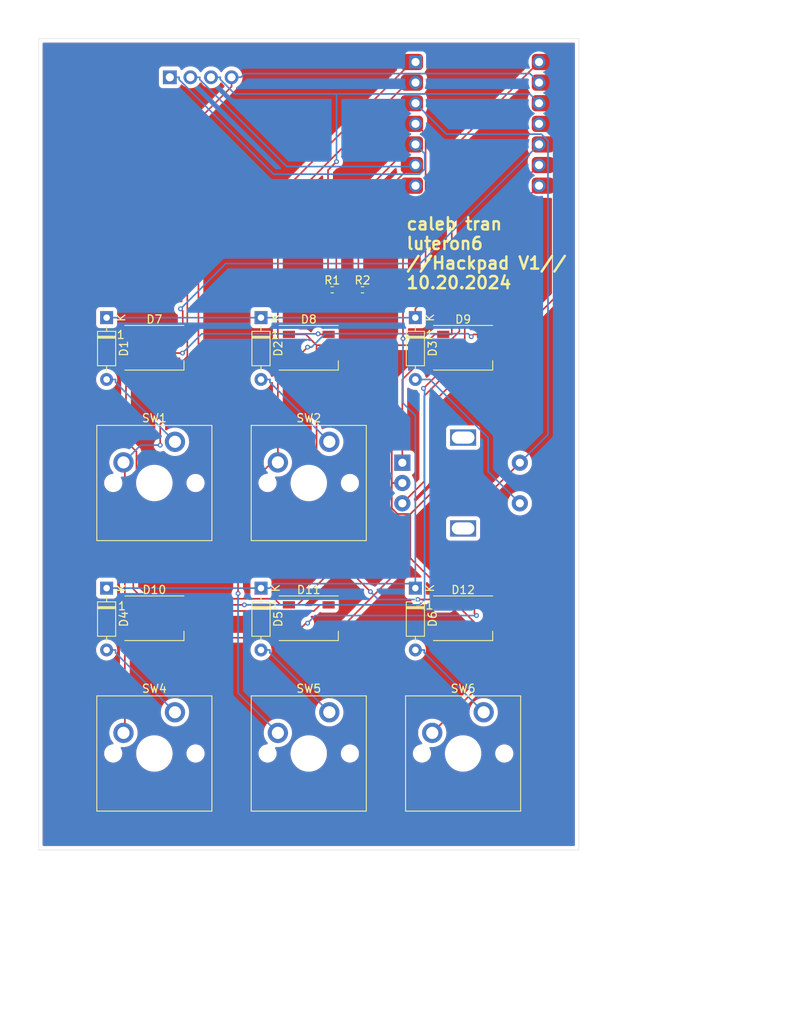
<source format=kicad_pcb>
(kicad_pcb (version 20240108) (generator "pcbnew") (generator_version "8.0")
  (layers (0 "F.Cu" signal) (31 "B.Cu" signal) (34 "B.Paste" user) (35 "F.Paste" user) (36 "B.SilkS" user "B.Silkscreen") (37 "F.SilkS" user "F.Silkscreen") (38 "B.Mask" user) (39 "F.Mask" user) (44 "Edge.Cuts" user))
  (net 0 "")
  (net 1 "GND")
  (net 2 "5V")
  (net 3 "R0")
  (net 4 "Net-(D1-A)")
  (net 5 "Net-(D2-A)")
  (net 6 "Net-(D3-A)")
  (net 7 "Net-(D4-A)")
  (net 8 "R1")
  (net 9 "Net-(D5-A)")
  (net 10 "Net-(D6-A)")
  (net 11 "SCL")
  (net 12 "SDA")
  (net 13 "Net-(D7-DOUT)")
  (net 14 "NEOPIXEL")
  (net 15 "Net-(D8-DOUT)")
  (net 16 "EC11B")
  (net 17 "C0")
  (net 18 "EC11A")
  (net 19 "C1")
  (net 20 "C2")
  (net 21 "S6")
  (net 22 "Net-(D10-DIN)")
  (net 23 "Net-(D10-DOUT)")
  (net 24 "Net-(D11-DOUT)")
  (net 26 "3V3")
  (footprint "Diode_THT:D_DO-35_SOD27_P7.62mm_Horizontal" (layer "F.Cu") (at 51.2563 55.8187 -90)
    (property "Reference" "D2" (at 3.81 -2.12 90) (layer "F.SilkS"))
    (property "Value" "D")
    (fp_line (start 1.69 1.12) (end 5.93 1.12) (stroke (width 0.12)) (layer "F.SilkS"))
    (fp_line (start 5.93 1.12) (end 5.93 -1.12) (stroke (width 0.12)) (layer "F.SilkS"))
    (fp_line (start 1.04 0) (end 1.69 0) (stroke (width 0.12)) (layer "F.SilkS"))
    (fp_line (start 6.58 0) (end 5.93 0) (stroke (width 0.12)) (layer "F.SilkS"))
    (fp_line (start 1.69 -1.12) (end 1.69 1.12) (stroke (width 0.12)) (layer "F.SilkS"))
    (fp_line (start 2.29 -1.12) (end 2.29 1.12) (stroke (width 0.12)) (layer "F.SilkS"))
    (fp_line (start 2.41 -1.12) (end 2.41 1.12) (stroke (width 0.12)) (layer "F.SilkS"))
    (fp_line (start 2.53 -1.12) (end 2.53 1.12) (stroke (width 0.12)) (layer "F.SilkS"))
    (fp_line (start 5.93 -1.12) (end 1.69 -1.12) (stroke (width 0.12)) (layer "F.SilkS"))
    (fp_text user "K" (at 0 -1.8 90) (layer "F.SilkS"))
    (pad "1" thru_hole rect (at 0 0 270) (size 1.6 1.6) (drill 0.8) (layers "*.Cu" "*.Mask") (net 3 "R0"))
    (pad "2" thru_hole oval (at 7.62 0 270) (size 1.6 1.6) (drill 0.8) (layers "*.Cu" "*.Mask") (net 5 "Net-(D2-A)"))
  )
  (footprint "ScottoKeebs_MX:MX_PCB_1.00u" (layer "F.Cu") (at 57.15 76.2)
    (property "Reference" "SW2" (at 0 -8 0) (layer "F.SilkS"))
    (property "Value" "SW_Push")
    (fp_line (start -7.1 -7.1) (end -7.1 7.1) (stroke (width 0.12)) (layer "F.SilkS"))
    (fp_line (start -7.1 7.1) (end 7.1 7.1) (stroke (width 0.12)) (layer "F.SilkS"))
    (fp_line (start 7.1 -7.1) (end -7.1 -7.1) (stroke (width 0.12)) (layer "F.SilkS"))
    (fp_line (start 7.1 7.1) (end 7.1 -7.1) (stroke (width 0.12)) (layer "F.SilkS"))
    (pad "" np_thru_hole circle (at -5.08 0) (size 1.75 1.75) (drill 1.75) (layers "*.Cu" "*.Mask"))
    (pad "" np_thru_hole circle (at 0 0) (size 4 4) (drill 4) (layers "*.Cu" "*.Mask"))
    (pad "" np_thru_hole circle (at 5.08 0) (size 1.75 1.75) (drill 1.75) (layers "*.Cu" "*.Mask"))
    (pad "1" thru_hole circle (at -3.81 -2.54) (size 2.5 2.5) (drill 1.5) (layers "*.Cu" "*.Mask") (net 19 "C1"))
    (pad "2" thru_hole circle (at 2.54 -5.08) (size 2.5 2.5) (drill 1.5) (layers "*.Cu" "*.Mask") (net 5 "Net-(D2-A)"))
  )
  (footprint "ScottoKeebs_MX:MX_PCB_1.00u" (layer "F.Cu") (at 76.2 109.5375)
    (property "Reference" "SW6" (at 0 -8 0) (layer "F.SilkS"))
    (property "Value" "SW_Push")
    (fp_line (start -7.1 -7.1) (end -7.1 7.1) (stroke (width 0.12)) (layer "F.SilkS"))
    (fp_line (start -7.1 7.1) (end 7.1 7.1) (stroke (width 0.12)) (layer "F.SilkS"))
    (fp_line (start 7.1 -7.1) (end -7.1 -7.1) (stroke (width 0.12)) (layer "F.SilkS"))
    (fp_line (start 7.1 7.1) (end 7.1 -7.1) (stroke (width 0.12)) (layer "F.SilkS"))
    (pad "" np_thru_hole circle (at -5.08 0) (size 1.75 1.75) (drill 1.75) (layers "*.Cu" "*.Mask"))
    (pad "" np_thru_hole circle (at 0 0) (size 4 4) (drill 4) (layers "*.Cu" "*.Mask"))
    (pad "" np_thru_hole circle (at 5.08 0) (size 1.75 1.75) (drill 1.75) (layers "*.Cu" "*.Mask"))
    (pad "1" thru_hole circle (at -3.81 -2.54) (size 2.5 2.5) (drill 1.5) (layers "*.Cu" "*.Mask") (net 20 "C2"))
    (pad "2" thru_hole circle (at 2.54 -5.08) (size 2.5 2.5) (drill 1.5) (layers "*.Cu" "*.Mask") (net 10 "Net-(D6-A)"))
  )
  (footprint "LED_SMD:LED_WS2812B_PLCC4_5.0x5.0mm_P3.2mm" (layer "F.Cu") (at 57.15 92.8687)
    (property "Reference" "D11" (at 0 -3.5 0) (layer "F.SilkS"))
    (property "Value" "WS2812B")
    (fp_line (start -3.65 -2.75) (end 3.65 -2.75) (stroke (width 0.12)) (layer "F.SilkS"))
    (fp_line (start -3.65 2.75) (end 3.65 2.75) (stroke (width 0.12)) (layer "F.SilkS"))
    (fp_line (start 3.65 2.75) (end 3.65 1.6) (stroke (width 0.12)) (layer "F.SilkS"))
    (fp_text user "1" (at -4.15 -1.6 0) (layer "F.SilkS"))
    (pad "1" smd rect (at -2.45 -1.65) (size 1.5 0.9) (layers "F.Cu" "F.Paste" "F.Mask") (net 2 "5V"))
    (pad "2" smd rect (at -2.45 1.65) (size 1.5 0.9) (layers "F.Cu" "F.Paste" "F.Mask") (net 24 "Net-(D11-DOUT)"))
    (pad "3" smd rect (at 2.45 1.65) (size 1.5 0.9) (layers "F.Cu" "F.Paste" "F.Mask") (net 1 "GND"))
    (pad "4" smd rect (at 2.45 -1.65) (size 1.5 0.9) (layers "F.Cu" "F.Paste" "F.Mask") (net 23 "Net-(D10-DOUT)"))
  )
  (footprint "Diode_THT:D_DO-35_SOD27_P7.62mm_Horizontal" (layer "F.Cu") (at 51.2563 89.1562 -90)
    (property "Reference" "D5" (at 3.81 -2.12 90) (layer "F.SilkS"))
    (property "Value" "D")
    (fp_line (start 1.69 1.12) (end 5.93 1.12) (stroke (width 0.12)) (layer "F.SilkS"))
    (fp_line (start 5.93 1.12) (end 5.93 -1.12) (stroke (width 0.12)) (layer "F.SilkS"))
    (fp_line (start 1.04 0) (end 1.69 0) (stroke (width 0.12)) (layer "F.SilkS"))
    (fp_line (start 6.58 0) (end 5.93 0) (stroke (width 0.12)) (layer "F.SilkS"))
    (fp_line (start 1.69 -1.12) (end 1.69 1.12) (stroke (width 0.12)) (layer "F.SilkS"))
    (fp_line (start 2.29 -1.12) (end 2.29 1.12) (stroke (width 0.12)) (layer "F.SilkS"))
    (fp_line (start 2.41 -1.12) (end 2.41 1.12) (stroke (width 0.12)) (layer "F.SilkS"))
    (fp_line (start 2.53 -1.12) (end 2.53 1.12) (stroke (width 0.12)) (layer "F.SilkS"))
    (fp_line (start 5.93 -1.12) (end 1.69 -1.12) (stroke (width 0.12)) (layer "F.SilkS"))
    (fp_text user "K" (at 0 -1.8 90) (layer "F.SilkS"))
    (pad "1" thru_hole rect (at 0 0 270) (size 1.6 1.6) (drill 0.8) (layers "*.Cu" "*.Mask") (net 8 "R1"))
    (pad "2" thru_hole oval (at 7.62 0 270) (size 1.6 1.6) (drill 0.8) (layers "*.Cu" "*.Mask") (net 9 "Net-(D5-A)"))
  )
  (footprint "ScottoKeebs_MX:MX_PCB_1.00u" (layer "F.Cu") (at 57.15 109.5375)
    (property "Reference" "SW5" (at 0 -8 0) (layer "F.SilkS"))
    (property "Value" "SW_Push")
    (fp_line (start -7.1 -7.1) (end -7.1 7.1) (stroke (width 0.12)) (layer "F.SilkS"))
    (fp_line (start -7.1 7.1) (end 7.1 7.1) (stroke (width 0.12)) (layer "F.SilkS"))
    (fp_line (start 7.1 -7.1) (end -7.1 -7.1) (stroke (width 0.12)) (layer "F.SilkS"))
    (fp_line (start 7.1 7.1) (end 7.1 -7.1) (stroke (width 0.12)) (layer "F.SilkS"))
    (pad "" np_thru_hole circle (at -5.08 0) (size 1.75 1.75) (drill 1.75) (layers "*.Cu" "*.Mask"))
    (pad "" np_thru_hole circle (at 0 0) (size 4 4) (drill 4) (layers "*.Cu" "*.Mask"))
    (pad "" np_thru_hole circle (at 5.08 0) (size 1.75 1.75) (drill 1.75) (layers "*.Cu" "*.Mask"))
    (pad "1" thru_hole circle (at -3.81 -2.54) (size 2.5 2.5) (drill 1.5) (layers "*.Cu" "*.Mask") (net 19 "C1"))
    (pad "2" thru_hole circle (at 2.54 -5.08) (size 2.5 2.5) (drill 1.5) (layers "*.Cu" "*.Mask") (net 9 "Net-(D5-A)"))
  )
  (footprint "Resistor_SMD:R_0402_1005Metric" (layer "F.Cu") (at 60.0413 52.3875)
    (property "Reference" "R1" (at 0 -1.17 0) (layer "F.SilkS"))
    (property "Value" "Resistor")
    (fp_line (start -0.153641 -0.38) (end 0.153641 -0.38) (stroke (width 0.12)) (layer "F.SilkS"))
    (fp_line (start -0.153641 0.38) (end 0.153641 0.38) (stroke (width 0.12)) (layer "F.SilkS"))
    (pad "1" smd roundrect (at -0.51 0) (size 0.54 0.64) (layers "F.Cu" "F.Paste" "F.Mask") (net 26 "3V3"))
    (pad "2" smd roundrect (at 0.51 0) (size 0.54 0.64) (layers "F.Cu" "F.Paste" "F.Mask") (net 12 "SDA"))
  )
  (footprint "Diode_THT:D_DO-35_SOD27_P7.62mm_Horizontal" (layer "F.Cu") (at 70.3063 89.1562 -90)
    (property "Reference" "D6" (at 3.81 -2.12 90) (layer "F.SilkS"))
    (property "Value" "D")
    (fp_line (start 1.69 1.12) (end 5.93 1.12) (stroke (width 0.12)) (layer "F.SilkS"))
    (fp_line (start 5.93 1.12) (end 5.93 -1.12) (stroke (width 0.12)) (layer "F.SilkS"))
    (fp_line (start 1.04 0) (end 1.69 0) (stroke (width 0.12)) (layer "F.SilkS"))
    (fp_line (start 6.58 0) (end 5.93 0) (stroke (width 0.12)) (layer "F.SilkS"))
    (fp_line (start 1.69 -1.12) (end 1.69 1.12) (stroke (width 0.12)) (layer "F.SilkS"))
    (fp_line (start 2.29 -1.12) (end 2.29 1.12) (stroke (width 0.12)) (layer "F.SilkS"))
    (fp_line (start 2.41 -1.12) (end 2.41 1.12) (stroke (width 0.12)) (layer "F.SilkS"))
    (fp_line (start 2.53 -1.12) (end 2.53 1.12) (stroke (width 0.12)) (layer "F.SilkS"))
    (fp_line (start 5.93 -1.12) (end 1.69 -1.12) (stroke (width 0.12)) (layer "F.SilkS"))
    (fp_text user "K" (at 0 -1.8 90) (layer "F.SilkS"))
    (pad "1" thru_hole rect (at 0 0 270) (size 1.6 1.6) (drill 0.8) (layers "*.Cu" "*.Mask") (net 8 "R1"))
    (pad "2" thru_hole oval (at 7.62 0 270) (size 1.6 1.6) (drill 0.8) (layers "*.Cu" "*.Mask") (net 10 "Net-(D6-A)"))
  )
  (footprint "Resistor_SMD:R_0402_1005Metric" (layer "F.Cu") (at 63.7838 52.3875)
    (property "Reference" "R2" (at 0 -1.17 0) (layer "F.SilkS"))
    (property "Value" "Resistor")
    (fp_line (start -0.153641 -0.38) (end 0.153641 -0.38) (stroke (width 0.12)) (layer "F.SilkS"))
    (fp_line (start -0.153641 0.38) (end 0.153641 0.38) (stroke (width 0.12)) (layer "F.SilkS"))
    (pad "1" smd roundrect (at -0.51 0) (size 0.54 0.64) (layers "F.Cu" "F.Paste" "F.Mask") (net 11 "SCL"))
    (pad "2" smd roundrect (at 0.51 0) (size 0.54 0.64) (layers "F.Cu" "F.Paste" "F.Mask") (net 26 "3V3"))
  )
  (footprint "ScottoKeebs_MX:MX_PCB_1.00u" (layer "F.Cu") (at 38.1 76.2)
    (property "Reference" "SW1" (at 0 -8 0) (layer "F.SilkS"))
    (property "Value" "SW_Push")
    (fp_line (start -7.1 -7.1) (end -7.1 7.1) (stroke (width 0.12)) (layer "F.SilkS"))
    (fp_line (start -7.1 7.1) (end 7.1 7.1) (stroke (width 0.12)) (layer "F.SilkS"))
    (fp_line (start 7.1 -7.1) (end -7.1 -7.1) (stroke (width 0.12)) (layer "F.SilkS"))
    (fp_line (start 7.1 7.1) (end 7.1 -7.1) (stroke (width 0.12)) (layer "F.SilkS"))
    (pad "" np_thru_hole circle (at -5.08 0) (size 1.75 1.75) (drill 1.75) (layers "*.Cu" "*.Mask"))
    (pad "" np_thru_hole circle (at 0 0) (size 4 4) (drill 4) (layers "*.Cu" "*.Mask"))
    (pad "" np_thru_hole circle (at 5.08 0) (size 1.75 1.75) (drill 1.75) (layers "*.Cu" "*.Mask"))
    (pad "1" thru_hole circle (at -3.81 -2.54) (size 2.5 2.5) (drill 1.5) (layers "*.Cu" "*.Mask") (net 17 "C0"))
    (pad "2" thru_hole circle (at 2.54 -5.08) (size 2.5 2.5) (drill 1.5) (layers "*.Cu" "*.Mask") (net 4 "Net-(D1-A)"))
  )
  (footprint "LED_SMD:LED_WS2812B_PLCC4_5.0x5.0mm_P3.2mm" (layer "F.Cu") (at 57.15 59.5312)
    (property "Reference" "D8" (at 0 -3.5 0) (layer "F.SilkS"))
    (property "Value" "WS2812B")
    (fp_line (start -3.65 -2.75) (end 3.65 -2.75) (stroke (width 0.12)) (layer "F.SilkS"))
    (fp_line (start -3.65 2.75) (end 3.65 2.75) (stroke (width 0.12)) (layer "F.SilkS"))
    (fp_line (start 3.65 2.75) (end 3.65 1.6) (stroke (width 0.12)) (layer "F.SilkS"))
    (fp_text user "1" (at -4.15 -1.6 0) (layer "F.SilkS"))
    (pad "1" smd rect (at -2.45 -1.65) (size 1.5 0.9) (layers "F.Cu" "F.Paste" "F.Mask") (net 2 "5V"))
    (pad "2" smd rect (at -2.45 1.65) (size 1.5 0.9) (layers "F.Cu" "F.Paste" "F.Mask") (net 15 "Net-(D8-DOUT)"))
    (pad "3" smd rect (at 2.45 1.65) (size 1.5 0.9) (layers "F.Cu" "F.Paste" "F.Mask") (net 1 "GND"))
    (pad "4" smd rect (at 2.45 -1.65) (size 1.5 0.9) (layers "F.Cu" "F.Paste" "F.Mask") (net 13 "Net-(D7-DOUT)"))
  )
  (footprint "Diode_THT:D_DO-35_SOD27_P7.62mm_Horizontal" (layer "F.Cu") (at 32.2063 89.1562 -90)
    (property "Reference" "D4" (at 3.81 -2.12 90) (layer "F.SilkS"))
    (property "Value" "D")
    (fp_line (start 1.69 1.12) (end 5.93 1.12) (stroke (width 0.12)) (layer "F.SilkS"))
    (fp_line (start 5.93 1.12) (end 5.93 -1.12) (stroke (width 0.12)) (layer "F.SilkS"))
    (fp_line (start 1.04 0) (end 1.69 0) (stroke (width 0.12)) (layer "F.SilkS"))
    (fp_line (start 6.58 0) (end 5.93 0) (stroke (width 0.12)) (layer "F.SilkS"))
    (fp_line (start 1.69 -1.12) (end 1.69 1.12) (stroke (width 0.12)) (layer "F.SilkS"))
    (fp_line (start 2.29 -1.12) (end 2.29 1.12) (stroke (width 0.12)) (layer "F.SilkS"))
    (fp_line (start 2.41 -1.12) (end 2.41 1.12) (stroke (width 0.12)) (layer "F.SilkS"))
    (fp_line (start 2.53 -1.12) (end 2.53 1.12) (stroke (width 0.12)) (layer "F.SilkS"))
    (fp_line (start 5.93 -1.12) (end 1.69 -1.12) (stroke (width 0.12)) (layer "F.SilkS"))
    (fp_text user "K" (at 0 -1.8 90) (layer "F.SilkS"))
    (pad "1" thru_hole rect (at 0 0 270) (size 1.6 1.6) (drill 0.8) (layers "*.Cu" "*.Mask") (net 8 "R1"))
    (pad "2" thru_hole oval (at 7.62 0 270) (size 1.6 1.6) (drill 0.8) (layers "*.Cu" "*.Mask") (net 7 "Net-(D4-A)"))
  )
  (footprint "LED_SMD:LED_WS2812B_PLCC4_5.0x5.0mm_P3.2mm" (layer "F.Cu") (at 38.1 59.5312)
    (property "Reference" "D7" (at 0 -3.5 0) (layer "F.SilkS"))
    (property "Value" "WS2812B")
    (fp_line (start -3.65 -2.75) (end 3.65 -2.75) (stroke (width 0.12)) (layer "F.SilkS"))
    (fp_line (start -3.65 2.75) (end 3.65 2.75) (stroke (width 0.12)) (layer "F.SilkS"))
    (fp_line (start 3.65 2.75) (end 3.65 1.6) (stroke (width 0.12)) (layer "F.SilkS"))
    (fp_text user "1" (at -4.15 -1.6 0) (layer "F.SilkS"))
    (pad "1" smd rect (at -2.45 -1.65) (size 1.5 0.9) (layers "F.Cu" "F.Paste" "F.Mask") (net 2 "5V"))
    (pad "2" smd rect (at -2.45 1.65) (size 1.5 0.9) (layers "F.Cu" "F.Paste" "F.Mask") (net 13 "Net-(D7-DOUT)"))
    (pad "3" smd rect (at 2.45 1.65) (size 1.5 0.9) (layers "F.Cu" "F.Paste" "F.Mask") (net 1 "GND"))
    (pad "4" smd rect (at 2.45 -1.65) (size 1.5 0.9) (layers "F.Cu" "F.Paste" "F.Mask") (net 14 "NEOPIXEL"))
  )
  (footprint "LED_SMD:LED_WS2812B_PLCC4_5.0x5.0mm_P3.2mm" (layer "F.Cu") (at 76.2 59.5312)
    (property "Reference" "D9" (at 0 -3.5 0) (layer "F.SilkS"))
    (property "Value" "WS2812B")
    (fp_line (start -3.65 -2.75) (end 3.65 -2.75) (stroke (width 0.12)) (layer "F.SilkS"))
    (fp_line (start -3.65 2.75) (end 3.65 2.75) (stroke (width 0.12)) (layer "F.SilkS"))
    (fp_line (start 3.65 2.75) (end 3.65 1.6) (stroke (width 0.12)) (layer "F.SilkS"))
    (fp_text user "1" (at -4.15 -1.6 0) (layer "F.SilkS"))
    (pad "1" smd rect (at -2.45 -1.65) (size 1.5 0.9) (layers "F.Cu" "F.Paste" "F.Mask") (net 2 "5V"))
    (pad "2" smd rect (at -2.45 1.65) (size 1.5 0.9) (layers "F.Cu" "F.Paste" "F.Mask") (net 22 "Net-(D10-DIN)"))
    (pad "3" smd rect (at 2.45 1.65) (size 1.5 0.9) (layers "F.Cu" "F.Paste" "F.Mask") (net 1 "GND"))
    (pad "4" smd rect (at 2.45 -1.65) (size 1.5 0.9) (layers "F.Cu" "F.Paste" "F.Mask") (net 15 "Net-(D8-DOUT)"))
  )
  (footprint "Diode_THT:D_DO-35_SOD27_P7.62mm_Horizontal" (layer "F.Cu") (at 70.3063 55.8187 -90)
    (property "Reference" "D3" (at 3.81 -2.12 90) (layer "F.SilkS"))
    (property "Value" "D")
    (fp_line (start 1.69 1.12) (end 5.93 1.12) (stroke (width 0.12)) (layer "F.SilkS"))
    (fp_line (start 5.93 1.12) (end 5.93 -1.12) (stroke (width 0.12)) (layer "F.SilkS"))
    (fp_line (start 1.04 0) (end 1.69 0) (stroke (width 0.12)) (layer "F.SilkS"))
    (fp_line (start 6.58 0) (end 5.93 0) (stroke (width 0.12)) (layer "F.SilkS"))
    (fp_line (start 1.69 -1.12) (end 1.69 1.12) (stroke (width 0.12)) (layer "F.SilkS"))
    (fp_line (start 2.29 -1.12) (end 2.29 1.12) (stroke (width 0.12)) (layer "F.SilkS"))
    (fp_line (start 2.41 -1.12) (end 2.41 1.12) (stroke (width 0.12)) (layer "F.SilkS"))
    (fp_line (start 2.53 -1.12) (end 2.53 1.12) (stroke (width 0.12)) (layer "F.SilkS"))
    (fp_line (start 5.93 -1.12) (end 1.69 -1.12) (stroke (width 0.12)) (layer "F.SilkS"))
    (fp_text user "K" (at 0 -1.8 90) (layer "F.SilkS"))
    (pad "1" thru_hole rect (at 0 0 270) (size 1.6 1.6) (drill 0.8) (layers "*.Cu" "*.Mask") (net 3 "R0"))
    (pad "2" thru_hole oval (at 7.62 0 270) (size 1.6 1.6) (drill 0.8) (layers "*.Cu" "*.Mask") (net 6 "Net-(D3-A)"))
  )
  (footprint "ScottoKeebs_Components:OLED_128x64" (layer "F.Cu") (at 43.815 26.1937)
    (property "Reference" "J1" (hide yes))
    (property "Value" "OLED_Display")
    (pad "1" thru_hole rect (at -3.81 0 90) (size 1.7 1.7) (drill 1) (layers "*.Cu" "*.Mask") (net 12 "SDA"))
    (pad "2" thru_hole oval (at -1.27 0 90) (size 1.7 1.7) (drill 1) (layers "*.Cu" "*.Mask") (net 11 "SCL"))
    (pad "3" thru_hole oval (at 1.27 0 90) (size 1.7 1.7) (drill 1) (layers "*.Cu" "*.Mask") (net 26 "3V3"))
    (pad "4" thru_hole oval (at 3.81 0 90) (size 1.7 1.7) (drill 1) (layers "*.Cu" "*.Mask") (net 1 "GND"))
  )
  (footprint "ScottoKeebs_Scotto:Encoder_EC11_MX" (layer "F.Cu") (at 76.2 76.2)
    (property "Reference" "SW3" (hide yes))
    (property "Value" "RotaryEncoder_Switch" (hide yes))
    (pad "A" thru_hole rect (at -7.5 -2.5) (size 2 2) (drill 1) (layers "*.Cu" "*.Mask") (net 18 "EC11A"))
    (pad "B" thru_hole circle (at -7.5 2.5) (size 2 2) (drill 1) (layers "*.Cu" "*.Mask") (net 16 "EC11B"))
    (pad "C" thru_hole circle (at -7.5 0) (size 2 2) (drill 1) (layers "*.Cu" "*.Mask") (net 1 "GND"))
    (pad "MP" thru_hole rect (at 0 -5.6) (size 3.2 2) (drill oval 2.8 1.5) (layers "*.Cu" "*.Mask"))
    (pad "MP" thru_hole rect (at 0 5.6) (size 3.2 2) (drill oval 2.8 1.5) (layers "*.Cu" "*.Mask"))
    (pad "S1" thru_hole circle (at 7 2.5) (size 2 2) (drill 1) (layers "*.Cu" "*.Mask") (net 6 "Net-(D3-A)"))
    (pad "S2" thru_hole circle (at 7 -2.5) (size 2 2) (drill 1) (layers "*.Cu" "*.Mask") (net 20 "C2"))
  )
  (footprint "Diode_THT:D_DO-35_SOD27_P7.62mm_Horizontal" (layer "F.Cu") (at 32.2063 55.8187 -90)
    (property "Reference" "D1" (at 3.81 -2.12 90) (layer "F.SilkS"))
    (property "Value" "D")
    (fp_line (start 1.69 1.12) (end 5.93 1.12) (stroke (width 0.12)) (layer "F.SilkS"))
    (fp_line (start 5.93 1.12) (end 5.93 -1.12) (stroke (width 0.12)) (layer "F.SilkS"))
    (fp_line (start 1.04 0) (end 1.69 0) (stroke (width 0.12)) (layer "F.SilkS"))
    (fp_line (start 6.58 0) (end 5.93 0) (stroke (width 0.12)) (layer "F.SilkS"))
    (fp_line (start 1.69 -1.12) (end 1.69 1.12) (stroke (width 0.12)) (layer "F.SilkS"))
    (fp_line (start 2.29 -1.12) (end 2.29 1.12) (stroke (width 0.12)) (layer "F.SilkS"))
    (fp_line (start 2.41 -1.12) (end 2.41 1.12) (stroke (width 0.12)) (layer "F.SilkS"))
    (fp_line (start 2.53 -1.12) (end 2.53 1.12) (stroke (width 0.12)) (layer "F.SilkS"))
    (fp_line (start 5.93 -1.12) (end 1.69 -1.12) (stroke (width 0.12)) (layer "F.SilkS"))
    (fp_text user "K" (at 0 -1.8 90) (layer "F.SilkS"))
    (pad "1" thru_hole rect (at 0 0 270) (size 1.6 1.6) (drill 0.8) (layers "*.Cu" "*.Mask") (net 3 "R0"))
    (pad "2" thru_hole oval (at 7.62 0 270) (size 1.6 1.6) (drill 0.8) (layers "*.Cu" "*.Mask") (net 4 "Net-(D1-A)"))
  )
  (footprint "LED_SMD:LED_WS2812B_PLCC4_5.0x5.0mm_P3.2mm" (layer "F.Cu") (at 76.2 92.8687)
    (property "Reference" "D12" (at 0 -3.5 0) (layer "F.SilkS"))
    (property "Value" "WS2812B")
    (fp_line (start -3.65 -2.75) (end 3.65 -2.75) (stroke (width 0.12)) (layer "F.SilkS"))
    (fp_line (start -3.65 2.75) (end 3.65 2.75) (stroke (width 0.12)) (layer "F.SilkS"))
    (fp_line (start 3.65 2.75) (end 3.65 1.6) (stroke (width 0.12)) (layer "F.SilkS"))
    (fp_text user "1" (at -4.15 -1.6 0) (layer "F.SilkS"))
    (pad "1" smd rect (at -2.45 -1.65) (size 1.5 0.9) (layers "F.Cu" "F.Paste" "F.Mask") (net 2 "5V"))
    (pad "2" smd rect (at -2.45 1.65) (size 1.5 0.9) (layers "F.Cu" "F.Paste" "F.Mask"))
    (pad "3" smd rect (at 2.45 1.65) (size 1.5 0.9) (layers "F.Cu" "F.Paste" "F.Mask") (net 1 "GND"))
    (pad "4" smd rect (at 2.45 -1.65) (size 1.5 0.9) (layers "F.Cu" "F.Paste" "F.Mask") (net 24 "Net-(D11-DOUT)"))
  )
  (footprint "ScottoKeebs_MX:MX_PCB_1.00u" (layer "F.Cu") (at 38.1 109.5375)
    (property "Reference" "SW4" (at 0 -8 0) (layer "F.SilkS"))
    (property "Value" "SW_Push")
    (fp_line (start -7.1 -7.1) (end -7.1 7.1) (stroke (width 0.12)) (layer "F.SilkS"))
    (fp_line (start -7.1 7.1) (end 7.1 7.1) (stroke (width 0.12)) (layer "F.SilkS"))
    (fp_line (start 7.1 -7.1) (end -7.1 -7.1) (stroke (width 0.12)) (layer "F.SilkS"))
    (fp_line (start 7.1 7.1) (end 7.1 -7.1) (stroke (width 0.12)) (layer "F.SilkS"))
    (pad "" np_thru_hole circle (at -5.08 0) (size 1.75 1.75) (drill 1.75) (layers "*.Cu" "*.Mask"))
    (pad "" np_thru_hole circle (at 0 0) (size 4 4) (drill 4) (layers "*.Cu" "*.Mask"))
    (pad "" np_thru_hole circle (at 5.08 0) (size 1.75 1.75) (drill 1.75) (layers "*.Cu" "*.Mask"))
    (pad "1" thru_hole circle (at -3.81 -2.54) (size 2.5 2.5) (drill 1.5) (layers "*.Cu" "*.Mask") (net 17 "C0"))
    (pad "2" thru_hole circle (at 2.54 -5.08) (size 2.5 2.5) (drill 1.5) (layers "*.Cu" "*.Mask") (net 7 "Net-(D4-A)"))
  )
  (footprint "ScottoKeebs_MCU:Seeed_XIAO_RP2040" (layer "F.Cu") (at 77.9463 31.9312)
    (property "Reference" "U1" (hide yes))
    (property "Value" "Seeed Studio XIAO SAMD21")
    (pad "1" smd roundrect (at -8.065 -7.62) (size 2.75 2) (layers "F.Cu" "F.Paste" "F.Mask") (net 17 "C0"))
    (pad "1" thru_hole rect (at -7.62 -7.62 90) (size 1.6 1.6) (drill 1) (layers "*.Cu" "*.Mask") (net 17 "C0"))
    (pad "2" smd roundrect (at -8.065 -5.08) (size 2.75 2) (layers "F.Cu" "F.Paste" "F.Mask") (net 19 "C1"))
    (pad "2" thru_hole circle (at -7.62 -5.08 90) (size 1.6 1.6) (drill 1) (layers "*.Cu" "*.Mask") (net 19 "C1"))
    (pad "3" smd roundrect (at -8.065 -2.54) (size 2.75 2) (layers "F.Cu" "F.Paste" "F.Mask") (net 20 "C2"))
    (pad "3" thru_hole circle (at -7.62 -2.54 90) (size 1.6 1.6) (drill 1) (layers "*.Cu" "*.Mask") (net 20 "C2"))
    (pad "4" smd roundrect (at -8.065 0) (size 2.75 2) (layers "F.Cu" "F.Paste" "F.Mask") (net 3 "R0"))
    (pad "4" thru_hole circle (at -7.62 0 90) (size 1.6 1.6) (drill 1) (layers "*.Cu" "*.Mask") (net 3 "R0"))
    (pad "5" smd roundrect (at -8.065 2.54) (size 2.75 2) (layers "F.Cu" "F.Paste" "F.Mask") (net 12 "SDA"))
    (pad "5" thru_hole circle (at -7.62 2.54 90) (size 1.6 1.6) (drill 1) (layers "*.Cu" "*.Mask") (net 12 "SDA"))
    (pad "6" smd roundrect (at -8.065 5.08) (size 2.75 2) (layers "F.Cu" "F.Paste" "F.Mask") (net 11 "SCL"))
    (pad "6" thru_hole circle (at -7.62 5.08 90) (size 1.6 1.6) (drill 1) (layers "*.Cu" "*.Mask") (net 11 "SCL"))
    (pad "7" smd roundrect (at -8.065 7.62) (size 2.75 2) (layers "F.Cu" "F.Paste" "F.Mask") (net 8 "R1"))
    (pad "7" thru_hole circle (at -7.62 7.62 90) (size 1.6 1.6) (drill 1) (layers "*.Cu" "*.Mask") (net 8 "R1"))
    (pad "8" thru_hole circle (at 7.62 7.62 90) (size 1.6 1.6) (drill 1) (layers "*.Cu" "*.Mask") (net 16 "EC11B"))
    (pad "8" smd roundrect (at 8.1 7.62) (size 2.75 2) (layers "F.Cu" "F.Paste" "F.Mask") (net 16 "EC11B"))
    (pad "9" thru_hole circle (at 7.62 5.08 90) (size 1.6 1.6) (drill 1) (layers "*.Cu" "*.Mask") (net 18 "EC11A"))
    (pad "9" smd roundrect (at 8.1 5.08) (size 2.75 2) (layers "F.Cu" "F.Paste" "F.Mask") (net 18 "EC11A"))
    (pad "10" thru_hole circle (at 7.62 2.54 90) (size 1.6 1.6) (drill 1) (layers "*.Cu" "*.Mask") (net 14 "NEOPIXEL"))
    (pad "10" smd roundrect (at 8.1 2.54) (size 2.75 2) (layers "F.Cu" "F.Paste" "F.Mask") (net 14 "NEOPIXEL"))
    (pad "11" thru_hole circle (at 7.62 0 90) (size 1.6 1.6) (drill 1) (layers "*.Cu" "*.Mask") (net 21 "S6"))
    (pad "11" smd roundrect (at 8.1 0) (size 2.75 2) (layers "F.Cu" "F.Paste" "F.Mask") (net 21 "S6"))
    (pad "12" thru_hole circle (at 7.62 -2.54 90) (size 1.6 1.6) (drill 1) (layers "*.Cu" "*.Mask") (net 26 "3V3"))
    (pad "12" smd roundrect (at 8.1 -2.54) (size 2.75 2) (layers "F.Cu" "F.Paste" "F.Mask") (net 26 "3V3"))
    (pad "13" thru_hole circle (at 7.62 -5.08 90) (size 1.6 1.6) (drill 1) (layers "*.Cu" "*.Mask") (net 1 "GND"))
    (pad "13" smd roundrect (at 8.1 -5.08) (size 2.75 2) (layers "F.Cu" "F.Paste" "F.Mask") (net 1 "GND"))
    (pad "14" thru_hole circle (at 7.62 -7.62 90) (size 1.6 1.6) (drill 1) (layers "*.Cu" "*.Mask") (net 2 "5V"))
    (pad "14" smd roundrect (at 8.1 -7.62) (size 2.75 2) (layers "F.Cu" "F.Paste" "F.Mask") (net 2 "5V"))
  )
  (footprint "LED_SMD:LED_WS2812B_PLCC4_5.0x5.0mm_P3.2mm" (layer "F.Cu") (at 38.1 92.8687)
    (property "Reference" "D10" (at 0 -3.5 0) (layer "F.SilkS"))
    (property "Value" "WS2812B")
    (fp_line (start -3.65 -2.75) (end 3.65 -2.75) (stroke (width 0.12)) (layer "F.SilkS"))
    (fp_line (start -3.65 2.75) (end 3.65 2.75) (stroke (width 0.12)) (layer "F.SilkS"))
    (fp_line (start 3.65 2.75) (end 3.65 1.6) (stroke (width 0.12)) (layer "F.SilkS"))
    (fp_text user "1" (at -4 -1.5 0) (layer "F.SilkS"))
    (pad "1" smd rect (at -2.45 -1.65) (size 1.5 0.9) (layers "F.Cu" "F.Paste" "F.Mask") (net 2 "5V"))
    (pad "2" smd rect (at -2.45 1.65) (size 1.5 0.9) (layers "F.Cu" "F.Paste" "F.Mask") (net 23 "Net-(D10-DOUT)"))
    (pad "3" smd rect (at 2.45 1.65) (size 1.5 0.9) (layers "F.Cu" "F.Paste" "F.Mask") (net 1 "GND"))
    (pad "4" smd rect (at 2.45 -1.65) (size 1.5 0.9) (layers "F.Cu" "F.Paste" "F.Mask") (net 22 "Net-(D10-DIN)"))
  )
  (gr_rect (start 23.8125 21.43125) (end 90.4875 121.43125) (stroke (width 0.05)) (fill none) (layer "Edge.Cuts"))
  (gr_text "caleb tran\nluteron6\n//Hackpad V1//\n10.20.2024" (at 69.05625 52.3875 0) (layer "F.SilkS") (effects (font (size 1.5 1.5) (thickness 0.3) (bold yes)) (justify left bottom)))
  (segment (start 69.7163 85.491) (end 69.6865 85.4612) (width 0.2) (layer "F.Cu") (net 1))
  (segment (start 69.7163 85.491) (end 77.5983 93.3731) (width 0.2) (layer "F.Cu") (net 1))
  (segment (start 59.6 94.5187) (end 58.5483 94.5187) (width 0.2) (layer "F.Cu") (net 1))
  (segment (start 57.7966 95.2704) (end 42.3534 95.2704) (width 0.2) (layer "F.Cu") (net 1))
  (segment (start 67.3972 76.2) (end 68.7 76.2) (width 0.2) (layer "F.Cu") (net 1))
  (segment (start 78.65 94.5187) (end 77.5983 94.5187) (width 0.2) (layer "F.Cu") (net 1))
  (segment (start 78.65 61.1812) (end 77.5983 61.1812) (width 0.2) (layer "F.Cu") (net 1))
  (segment (start 67.3972 67.9267) (end 60.6517 61.1812) (width 0.2) (layer "F.Cu") (net 1))
  (segment (start 58.5483 94.5187) (end 57.7966 95.2704) (width 0.2) (layer "F.Cu") (net 1))
  (segment (start 40.55 61.1812) (end 41.6017 61.1812) (width 0.2) (layer "F.Cu") (net 1))
  (segment (start 86.0463 26.8512) (end 87.7637 28.5686) (width 0.2) (layer "F.Cu") (net 1))
  (segment (start 87.7637 53.1192) (end 79.7017 61.1812) (width 0.2) (layer "F.Cu") (net 1))
  (segment (start 40.55 94.5187) (end 41.6017 94.5187) (width 0.2) (layer "F.Cu") (net 1))
  (segment (start 47.625 26.1937) (end 47.625 27.3454) (width 0.2) (layer "F.Cu") (net 1))
  (segment (start 77.5983 93.3731) (end 77.5983 94.5187) (width 0.2) (layer "F.Cu") (net 1))
  (segment (start 69.6865 85.4612) (end 69.6865 80.0203) (width 0.2) (layer "F.Cu") (net 1))
  (segment (start 67.3972 79.3049) (end 67.3972 76.2) (width 0.2) (layer "F.Cu") (net 1))
  (segment (start 67.3972 76.2) (end 67.3972 67.9267) (width 0.2) (layer "F.Cu") (net 1))
  (segment (start 60.6886 94.5187) (end 59.6 94.5187) (width 0.2) (layer "F.Cu") (net 1))
  (segment (start 42.3534 95.2704) (end 41.6017 94.5187) (width 0.2) (layer "F.Cu") (net 1))
  (segment (start 68.1126 80.0203) (end 67.3972 79.3049) (width 0.2) (layer "F.Cu") (net 1))
  (segment (start 69.7163 85.491) (end 60.6886 94.5187) (width 0.2) (layer "F.Cu") (net 1))
  (segment (start 85.5663 26.8512) (end 86.0463 26.8512) (width 0.2) (layer "F.Cu") (net 1))
  (segment (start 42.1677 32.8027) (end 47.625 27.3454) (width 0.2) (layer "F.Cu") (net 1))
  (segment (start 69.6865 80.0203) (end 73.0533 76.6535) (width 0.2) (layer "F.Cu") (net 1))
  (segment (start 41.6017 61.1812) (end 42.1677 60.6152) (width 0.2) (layer "F.Cu") (net 1))
  (segment (start 42.1677 60.6152) (end 42.1677 32.8027) (width 0.2) (layer "F.Cu") (net 1))
  (segment (start 78.65 61.1812) (end 79.7017 61.1812) (width 0.2) (layer "F.Cu") (net 1))
  (segment (start 73.0533 76.6535) (end 73.0533 65.7262) (width 0.2) (layer "F.Cu") (net 1))
  (segment (start 73.0533 65.7262) (end 77.5983 61.1812) (width 0.2) (layer "F.Cu") (net 1))
  (segment (start 69.6865 80.0203) (end 68.1126 80.0203) (width 0.2) (layer "F.Cu") (net 1))
  (segment (start 59.6 61.1812) (end 60.6517 61.1812) (width 0.2) (layer "F.Cu") (net 1))
  (segment (start 87.7637 28.5686) (end 87.7637 53.1192) (width 0.2) (layer "F.Cu") (net 1))
  (segment (start 85.5663 26.8512) (end 84.4533 25.7382) (width 0.2) (layer "B.Cu") (net 1))
  (segment (start 49.2322 25.7382) (end 48.7767 26.1937) (width 0.2) (layer "B.Cu") (net 1))
  (segment (start 47.625 26.1937) (end 48.7767 26.1937) (width 0.2) (layer "B.Cu") (net 1))
  (segment (start 84.4533 25.7382) (end 49.2322 25.7382) (width 0.2) (layer "B.Cu") (net 1))
  (segment (start 35.5044 75.0325) (end 35.8897 74.6472) (width 0.2) (layer "F.Cu") (net 2))
  (segment (start 72.0366 90.557) (end 72.6983 91.2187) (width 0.2) (layer "F.Cu") (net 2))
  (segment (start 59.7509 73.7384) (end 59.7509 84.5868) (width 0.2) (layer "F.Cu") (net 2))
  (segment (start 73.75 57.8812) (end 74.8017 57.8812) (width 0.2) (layer "F.Cu") (net 2))
  (segment (start 54.7 91.2187) (end 55.7517 91.2187) (width 0.2) (layer "F.Cu") (net 2))
  (segment (start 74.8017 35.0758) (end 74.8017 57.8812) (width 0.2) (layer "F.Cu") (net 2))
  (segment (start 61.0673 85.9031) (end 64.7593 89.5952) (width 0.2) (layer "F.Cu") (net 2))
  (segment (start 59.7509 84.5868) (end 61.0673 85.9031) (width 0.2) (layer "F.Cu") (net 2))
  (segment (start 35.8897 74.6472) (end 35.8897 72.3356) (width 0.2) (layer "F.Cu") (net 2))
  (segment (start 36.7017 90.4687) (end 36.7034 90.467) (width 0.2) (layer "F.Cu") (net 2))
  (segment (start 35.65 91.2187) (end 36.7017 91.2187) (width 0.2) (layer "F.Cu") (net 2))
  (segment (start 55.7517 91.2187) (end 61.0673 85.9031) (width 0.2) (layer "F.Cu") (net 2))
  (segment (start 52.8966 90.467) (end 53.6483 91.2187) (width 0.2) (layer "F.Cu") (net 2))
  (segment (start 35.65 57.8812) (end 34.5983 57.8812) (width 0.2) (layer "F.Cu") (net 2))
  (segment (start 34.5983 71.0442) (end 34.5983 57.8812) (width 0.2) (layer "F.Cu") (net 2))
  (segment (start 36.7034 90.467) (end 35.5044 89.268) (width 0.2) (layer "F.Cu") (net 2))
  (segment (start 58.1143 59.2133) (end 56.7822 57.8812) (width 0.2) (layer "F.Cu") (net 2))
  (segment (start 71.3662 59.2133) (end 58.1143 59.2133) (width 0.2) (layer "F.Cu") (net 2))
  (segment (start 56.7822 57.8812) (end 55.7517 57.8812) (width 0.2) (layer "F.Cu") (net 2))
  (segment (start 36.7034 90.467) (end 52.8966 90.467) (width 0.2) (layer "F.Cu") (net 2))
  (segment (start 54.7 57.8812) (end 55.7517 57.8812) (width 0.2) (layer "F.Cu") (net 2))
  (segment (start 54.7 91.2187) (end 53.6483 91.2187) (width 0.2) (layer "F.Cu") (net 2))
  (segment (start 70.6062 90.557) (end 72.0366 90.557) (width 0.2) (layer "F.Cu") (net 2))
  (segment (start 58.1143 72.1018) (end 59.7509 73.7384) (width 0.2) (layer "F.Cu") (net 2))
  (segment (start 35.8897 72.3356) (end 34.5983 71.0442) (width 0.2) (layer "F.Cu") (net 2))
  (segment (start 73.75 57.8812) (end 72.6983 57.8812) (width 0.2) (layer "F.Cu") (net 2))
  (segment (start 35.5044 89.268) (end 35.5044 75.0325) (width 0.2) (layer "F.Cu") (net 2))
  (segment (start 86.0463 24.3112) (end 85.5663 24.3112) (width 0.2) (layer "F.Cu") (net 2))
  (segment (start 36.7017 91.2187) (end 36.7017 90.4687) (width 0.2) (layer "F.Cu") (net 2))
  (segment (start 73.75 91.2187) (end 72.6983 91.2187) (width 0.2) (layer "F.Cu") (net 2))
  (segment (start 58.1143 59.2133) (end 58.1143 72.1018) (width 0.2) (layer "F.Cu") (net 2))
  (segment (start 72.6983 57.8812) (end 71.3662 59.2133) (width 0.2) (layer "F.Cu") (net 2))
  (segment (start 85.5663 24.3112) (end 74.8017 35.0758) (width 0.2) (layer "F.Cu") (net 2))
  (via (at 64.7593 89.5952) (size 0.6) (drill 0.3) (layers "F.Cu" "B.Cu") (net 2))
  (via (at 70.6062 90.557) (size 0.6) (drill 0.3) (layers "F.Cu" "B.Cu") (net 2))
  (segment (start 65.7211 90.557) (end 70.6062 90.557) (width 0.2) (layer "B.Cu") (net 2))
  (segment (start 64.7593 89.5952) (end 65.7211 90.557) (width 0.2) (layer "B.Cu") (net 2))
  (segment (start 70.3263 31.9312) (end 71.5678 33.1727) (width 0.2) (layer "F.Cu") (net 3))
  (segment (start 69.8813 31.9312) (end 70.3263 31.9312) (width 0.2) (layer "F.Cu") (net 3))
  (segment (start 71.5678 53.4555) (end 70.3063 54.717) (width 0.2) (layer "F.Cu") (net 3))
  (segment (start 70.3063 55.8187) (end 70.3063 54.717) (width 0.2) (layer "F.Cu") (net 3))
  (segment (start 71.5678 33.1727) (end 71.5678 53.4555) (width 0.2) (layer "F.Cu") (net 3))
  (segment (start 70.3063 55.8187) (end 51.2563 55.8187) (width 0.2) (layer "B.Cu") (net 3))
  (segment (start 32.2063 55.8187) (end 33.308 55.8187) (width 0.2) (layer "B.Cu") (net 3))
  (segment (start 51.2563 55.8187) (end 33.308 55.8187) (width 0.2) (layer "B.Cu") (net 3))
  (segment (start 33.308 63.788) (end 33.308 63.4387) (width 0.2) (layer "B.Cu") (net 4))
  (segment (start 40.64 71.12) (end 33.308 63.788) (width 0.2) (layer "B.Cu") (net 4))
  (segment (start 32.2063 63.4387) (end 33.308 63.4387) (width 0.2) (layer "B.Cu") (net 4))
  (segment (start 59.69 71.12) (end 52.358 63.788) (width 0.2) (layer "B.Cu") (net 5))
  (segment (start 51.2563 63.4387) (end 52.358 63.4387) (width 0.2) (layer "B.Cu") (net 5))
  (segment (start 52.358 63.788) (end 52.358 63.4387) (width 0.2) (layer "B.Cu") (net 5))
  (segment (start 79.2917 70.623) (end 72.1074 63.4387) (width 0.2) (layer "B.Cu") (net 6))
  (segment (start 72.1074 63.4387) (end 70.3063 63.4387) (width 0.2) (layer "B.Cu") (net 6))
  (segment (start 83.2 78.7) (end 79.2917 74.7917) (width 0.2) (layer "B.Cu") (net 6))
  (segment (start 79.2917 74.7917) (end 79.2917 70.623) (width 0.2) (layer "B.Cu") (net 6))
  (segment (start 40.64 104.4575) (end 33.308 97.1255) (width 0.2) (layer "B.Cu") (net 7))
  (segment (start 33.308 97.1255) (end 33.308 96.7762) (width 0.2) (layer "B.Cu") (net 7))
  (segment (start 32.2063 96.7762) (end 33.308 96.7762) (width 0.2) (layer "B.Cu") (net 7))
  (segment (start 70.3263 39.5512) (end 69.8813 39.5512) (width 0.2) (layer "F.Cu") (net 8))
  (segment (start 68.7819 40.6506) (end 68.7819 58.4006) (width 0.2) (layer "F.Cu") (net 8))
  (segment (start 69.8813 39.5512) (end 68.7819 40.6506) (width 0.2) (layer "F.Cu") (net 8))
  (via (at 68.7819 58.4006) (size 0.6) (drill 0.3) (layers "F.Cu" "B.Cu") (net 8))
  (segment (start 70.3063 67.8813) (end 70.3063 88.0545) (width 0.2) (layer "B.Cu") (net 8))
  (segment (start 68.7819 66.3569) (end 70.3063 67.8813) (width 0.2) (layer "B.Cu") (net 8))
  (segment (start 51.2563 89.1562) (end 33.308 89.1562) (width 0.2) (layer "B.Cu") (net 8))
  (segment (start 51.2563 89.1562) (end 52.358 89.1562) (width 0.2) (layer "B.Cu") (net 8))
  (segment (start 70.3063 89.1562) (end 70.3063 88.6053) (width 0.2) (layer "B.Cu") (net 8))
  (segment (start 68.7819 58.4006) (end 68.7819 66.3569) (width 0.2) (layer "B.Cu") (net 8))
  (segment (start 70.3063 88.6053) (end 52.9089 88.6053) (width 0.2) (layer "B.Cu") (net 8))
  (segment (start 70.3063 88.6053) (end 70.3063 88.0545) (width 0.2) (layer "B.Cu") (net 8))
  (segment (start 32.2063 89.1562) (end 33.308 89.1562) (width 0.2) (layer "B.Cu") (net 8))
  (segment (start 52.9089 88.6053) (end 52.358 89.1562) (width 0.2) (layer "B.Cu") (net 8))
  (segment (start 52.358 97.1255) (end 52.358 96.7762) (width 0.2) (layer "B.Cu") (net 9))
  (segment (start 51.2563 96.7762) (end 52.358 96.7762) (width 0.2) (layer "B.Cu") (net 9))
  (segment (start 59.69 104.4575) (end 52.358 97.1255) (width 0.2) (layer "B.Cu") (net 9))
  (segment (start 71.408 97.1255) (end 71.408 96.7762) (width 0.2) (layer "B.Cu") (net 10))
  (segment (start 78.74 104.4575) (end 71.408 97.1255) (width 0.2) (layer "B.Cu") (net 10))
  (segment (start 70.3063 96.7762) (end 71.408 96.7762) (width 0.2) (layer "B.Cu") (net 10))
  (segment (start 69.8813 37.0112) (end 63.2738 43.6187) (width 0.2) (layer "F.Cu") (net 11))
  (segment (start 63.2738 43.6187) (end 63.2738 52.3875) (width 0.2) (layer "F.Cu") (net 11))
  (segment (start 70.3263 37.0112) (end 69.8813 37.0112) (width 0.2) (layer "F.Cu") (net 11))
  (segment (start 54.4301 37.1956) (end 70.1419 37.1956) (width 0.2) (layer "B.Cu") (net 11))
  (segment (start 70.1419 37.1956) (end 70.3263 37.0112) (width 0.2) (layer "B.Cu") (net 11))
  (segment (start 43.6967 26.1937) (end 43.6967 26.4622) (width 0.2) (layer "B.Cu") (net 11))
  (segment (start 42.545 26.1937) (end 43.6967 26.1937) (width 0.2) (layer "B.Cu") (net 11))
  (segment (start 43.6967 26.4622) (end 54.4301 37.1956) (width 0.2) (layer "B.Cu") (net 11))
  (segment (start 69.8813 34.4712) (end 60.5513 43.8012) (width 0.2) (layer "F.Cu") (net 12))
  (segment (start 70.3263 34.4712) (end 69.8813 34.4712) (width 0.2) (layer "F.Cu") (net 12))
  (segment (start 60.5513 43.8012) (end 60.5513 52.3875) (width 0.2) (layer "F.Cu") (net 12))
  (segment (start 71.4597 37.508) (end 70.8308 38.1369) (width 0.2) (layer "B.Cu") (net 12))
  (segment (start 41.1567 26.4816) (end 41.1567 26.1937) (width 0.2) (layer "B.Cu") (net 12))
  (segment (start 70.8308 38.1369) (end 52.812 38.1369) (width 0.2) (layer "B.Cu") (net 12))
  (segment (start 71.4597 35.6046) (end 71.4597 37.508) (width 0.2) (layer "B.Cu") (net 12))
  (segment (start 70.3263 34.4712) (end 71.4597 35.6046) (width 0.2) (layer "B.Cu") (net 12))
  (segment (start 52.812 38.1369) (end 41.1567 26.4816) (width 0.2) (layer "B.Cu") (net 12))
  (segment (start 40.005 26.1937) (end 41.1567 26.1937) (width 0.2) (layer "B.Cu") (net 12))
  (segment (start 36.7017 61.1812) (end 37.6964 60.1865) (width 0.2) (layer "F.Cu") (net 13))
  (segment (start 58.4807 57.8136) (end 58.5483 57.8812) (width 0.2) (layer "F.Cu") (net 13))
  (segment (start 37.6964 60.1865) (end 41.566 60.1865) (width 0.2) (layer "F.Cu") (net 13))
  (segment (start 35.65 61.1812) (end 36.7017 61.1812) (width 0.2) (layer "F.Cu") (net 13))
  (segment (start 58.3008 57.8136) (end 58.4807 57.8136) (width 0.2) (layer "F.Cu") (net 13))
  (segment (start 59.6 57.8812) (end 58.5483 57.8812) (width 0.2) (layer "F.Cu") (net 13))
  (via (at 41.566 60.1865) (size 0.6) (drill 0.3) (layers "F.Cu" "B.Cu") (net 13))
  (via (at 58.3008 57.8136) (size 0.6) (drill 0.3) (layers "F.Cu" "B.Cu") (net 13))
  (segment (start 41.566 60.1865) (end 43.9389 57.8136) (width 0.2) (layer "B.Cu") (net 13))
  (segment (start 43.9389 57.8136) (end 58.3008 57.8136) (width 0.2) (layer "B.Cu") (net 13))
  (segment (start 41.3302 54.7332) (end 41.6017 55.0047) (width 0.2) (layer "F.Cu") (net 14))
  (segment (start 41.6017 55.0047) (end 41.6017 57.8812) (width 0.2) (layer "F.Cu") (net 14))
  (segment (start 86.0463 34.4712) (end 85.5663 34.4712) (width 0.2) (layer "F.Cu") (net 14))
  (segment (start 40.55 57.8812) (end 41.6017 57.8812) (width 0.2) (layer "F.Cu") (net 14))
  (via (at 41.3302 54.7332) (size 0.6) (drill 0.3) (layers "F.Cu" "B.Cu") (net 14))
  (segment (start 70.8853 49.1522) (end 46.9112 49.1522) (width 0.2) (layer "B.Cu") (net 14))
  (segment (start 46.9112 49.1522) (end 41.3302 54.7332) (width 0.2) (layer "B.Cu") (net 14))
  (segment (start 85.5663 34.4712) (end 70.8853 49.1522) (width 0.2) (layer "B.Cu") (net 14))
  (segment (start 77.4876 57.8812) (end 77.2005 58.1683) (width 0.2) (layer "F.Cu") (net 15))
  (segment (start 54.7 61.1812) (end 55.7517 61.1812) (width 0.2) (layer "F.Cu") (net 15))
  (segment (start 55.7517 60.7097) (end 55.7517 61.1812) (width 0.2) (layer "F.Cu") (net 15))
  (segment (start 57.0058 59.4556) (end 55.7517 60.7097) (width 0.2) (layer "F.Cu") (net 15))
  (segment (start 78.65 57.8812) (end 77.4876 57.8812) (width 0.2) (layer "F.Cu") (net 15))
  (via (at 57.0058 59.4556) (size 0.6) (drill 0.3) (layers "F.Cu" "B.Cu") (net 15))
  (via (at 77.2005 58.1683) (size 0.6) (drill 0.3) (layers "F.Cu" "B.Cu") (net 15))
  (segment (start 59.1706 57.7947) (end 76.8269 57.7947) (width 0.2) (layer "B.Cu") (net 15))
  (segment (start 57.5097 59.4556) (end 59.1706 57.7947) (width 0.2) (layer "B.Cu") (net 15))
  (segment (start 76.8269 57.7947) (end 77.2005 58.1683) (width 0.2) (layer "B.Cu") (net 15))
  (segment (start 57.0058 59.4556) (end 57.5097 59.4556) (width 0.2) (layer "B.Cu") (net 15))
  (segment (start 76.4009 48.7166) (end 85.5663 39.5512) (width 0.2) (layer "F.Cu") (net 16))
  (segment (start 68.7 78.7) (end 71.4065 75.9935) (width 0.2) (layer "F.Cu") (net 16))
  (segment (start 71.4065 65.4607) (end 76.4009 60.4663) (width 0.2) (layer "F.Cu") (net 16))
  (segment (start 86.0463 39.5512) (end 85.5663 39.5512) (width 0.2) (layer "F.Cu") (net 16))
  (segment (start 76.4009 60.4663) (end 76.4009 48.7166) (width 0.2) (layer "F.Cu") (net 16))
  (segment (start 71.4065 75.9935) (end 71.4065 65.4607) (width 0.2) (layer "F.Cu") (net 16))
  (segment (start 43.539 50.6535) (end 43.539 64.2256) (width 0.2) (layer "F.Cu") (net 17))
  (segment (start 69.8813 24.3112) (end 43.539 50.6535) (width 0.2) (layer "F.Cu") (net 17))
  (segment (start 70.3263 24.3112) (end 69.8813 24.3112) (width 0.2) (layer "F.Cu") (net 17))
  (segment (start 34.4582 106.8293) (end 34.29 106.9975) (width 0.2) (layer "F.Cu") (net 17))
  (segment (start 34.4582 73.8282) (end 34.4582 106.8293) (width 0.2) (layer "F.Cu") (net 17))
  (segment (start 38.8205 68.9441) (end 38.8205 71.534) (width 0.2) (layer "F.Cu") (net 17))
  (segment (start 34.29 73.66) (end 34.4582 73.8282) (width 0.2) (layer "F.Cu") (net 17))
  (segment (start 43.539 64.2256) (end 38.8205 68.9441) (width 0.2) (layer "F.Cu") (net 17))
  (via (at 38.8205 71.534) (size 0.6) (drill 0.3) (layers "F.Cu" "B.Cu") (net 17))
  (segment (start 36.416 71.534) (end 34.29 73.66) (width 0.2) (layer "B.Cu") (net 17))
  (segment (start 38.8205 71.534) (end 36.416 71.534) (width 0.2) (layer "B.Cu") (net 17))
  (segment (start 75.7429 46.8346) (end 75.7429 57.5159) (width 0.2) (layer "F.Cu") (net 18))
  (segment (start 86.0463 37.0112) (end 85.5663 37.0112) (width 0.2) (layer "F.Cu") (net 18))
  (segment (start 71.5877 61.6711) (end 70.4703 61.6711) (width 0.2) (layer "F.Cu") (net 18))
  (segment (start 68.7 63.4414) (end 68.7 73.7) (width 0.2) (layer "F.Cu") (net 18))
  (segment (start 75.7429 57.5159) (end 71.5877 61.6711) (width 0.2) (layer "F.Cu") (net 18))
  (segment (start 85.5663 37.0112) (end 75.7429 46.8346) (width 0.2) (layer "F.Cu") (net 18))
  (segment (start 70.4703 61.6711) (end 68.7 63.4414) (width 0.2) (layer "F.Cu") (net 18))
  (segment (start 53.34 73.66) (end 52.5891 73.66) (width 0.2) (layer "F.Cu") (net 19))
  (segment (start 69.3479 26.8512) (end 53.34 42.8591) (width 0.2) (layer "F.Cu") (net 19))
  (segment (start 69.8813 26.8512) (end 69.3479 26.8512) (width 0.2) (layer "F.Cu") (net 19))
  (segment (start 48.428 77.8211) (end 48.428 89.8116) (width 0.2) (layer "F.Cu") (net 19))
  (segment (start 53.34 42.8591) (end 53.34 73.66) (width 0.2) (layer "F.Cu") (net 19))
  (segment (start 70.3263 26.8512) (end 69.8813 26.8512) (width 0.2) (layer "F.Cu") (net 19))
  (segment (start 52.5891 73.66) (end 48.428 77.8211) (width 0.2) (layer "F.Cu") (net 19))
  (via (at 48.428 89.8116) (size 0.6) (drill 0.3) (layers "F.Cu" "B.Cu") (net 19))
  (segment (start 48.428 89.8116) (end 48.428 102.0855) (width 0.2) (layer "B.Cu") (net 19))
  (segment (start 48.428 102.0855) (end 53.34 106.9975) (width 0.2) (layer "B.Cu") (net 19))
  (segment (start 72.39 106.9975) (end 79.7017 99.6858) (width 0.2) (layer "F.Cu") (net 20))
  (segment (start 79.7017 99.6858) (end 79.7017 77.1983) (width 0.2) (layer "F.Cu") (net 20))
  (segment (start 79.7017 77.1983) (end 83.2 73.7) (width 0.2) (layer "F.Cu") (net 20))
  (segment (start 69.8813 29.3912) (end 70.3263 29.3912) (width 0.2) (layer "F.Cu") (net 20))
  (segment (start 70.3263 29.3912) (end 74.1363 33.2012) (width 0.2) (layer "B.Cu") (net 20))
  (segment (start 74.1363 33.2012) (end 85.8602 33.2012) (width 0.2) (layer "B.Cu") (net 20))
  (segment (start 86.6711 34.0121) (end 86.6711 70.2289) (width 0.2) (layer "B.Cu") (net 20))
  (segment (start 85.8602 33.2012) (end 86.6711 34.0121) (width 0.2) (layer "B.Cu") (net 20))
  (segment (start 86.6711 70.2289) (end 83.2 73.7) (width 0.2) (layer "B.Cu") (net 20))
  (segment (start 86.0463 31.9312) (end 85.5663 31.9312) (width 0.2) (layer "F.Cu") (net 21))
  (segment (start 41.6017 91.2187) (end 41.6017 91.2186) (width 0.2) (layer "F.Cu") (net 22))
  (segment (start 41.6017 91.2186) (end 49.2049 91.2186) (width 0.2) (layer "F.Cu") (net 22))
  (segment (start 72.6983 63.1532) (end 72.6983 61.1812) (width 0.2) (layer "F.Cu") (net 22))
  (segment (start 71.3113 64.5402) (end 72.6983 63.1532) (width 0.2) (layer "F.Cu") (net 22))
  (segment (start 40.55 91.2187) (end 41.6017 91.2187) (width 0.2) (layer "F.Cu") (net 22))
  (segment (start 73.75 61.1812) (end 72.6983 61.1812) (width 0.2) (layer "F.Cu") (net 22))
  (via (at 71.3113 64.5402) (size 0.6) (drill 0.3) (layers "F.Cu" "B.Cu") (net 22))
  (via (at 49.2049 91.2186) (size 0.6) (drill 0.3) (layers "F.Cu" "B.Cu") (net 22))
  (segment (start 70.7955 91.2186) (end 71.4427 90.5714) (width 0.2) (layer "B.Cu") (net 22))
  (segment (start 71.4427 64.6716) (end 71.3113 64.5402) (width 0.2) (layer "B.Cu") (net 22))
  (segment (start 49.2049 91.2186) (end 70.7955 91.2186) (width 0.2) (layer "B.Cu") (net 22))
  (segment (start 71.4427 90.5714) (end 71.4427 64.6716) (width 0.2) (layer "B.Cu") (net 22))
  (segment (start 59.6 91.2187) (end 58.5483 91.2187) (width 0.2) (layer "F.Cu") (net 23))
  (segment (start 36.7017 94.5187) (end 39.25 91.9704) (width 0.2) (layer "F.Cu") (net 23))
  (segment (start 35.65 94.5187) (end 36.7017 94.5187) (width 0.2) (layer "F.Cu") (net 23))
  (segment (start 39.25 91.9704) (end 57.7966 91.9704) (width 0.2) (layer "F.Cu") (net 23))
  (segment (start 57.7966 91.9704) (end 58.5483 91.2187) (width 0.2) (layer "F.Cu") (net 23))
  (segment (start 56.7979 93.4725) (end 55.7517 94.5187) (width 0.2) (layer "F.Cu") (net 24))
  (segment (start 77.5983 91.2187) (end 77.5983 92.2835) (width 0.2) (layer "F.Cu") (net 24))
  (segment (start 78.65 91.2187) (end 77.5983 91.2187) (width 0.2) (layer "F.Cu") (net 24))
  (segment (start 54.7 94.5187) (end 55.7517 94.5187) (width 0.2) (layer "F.Cu") (net 24))
  (segment (start 77.5983 92.2835) (end 77.8517 92.5369) (width 0.2) (layer "F.Cu") (net 24))
  (segment (start 57.0065 93.4725) (end 56.7979 93.4725) (width 0.2) (layer "F.Cu") (net 24))
  (via (at 77.8517 92.5369) (size 0.6) (drill 0.3) (layers "F.Cu" "B.Cu") (net 24))
  (via (at 57.0065 93.4725) (size 0.6) (drill 0.3) (layers "F.Cu" "B.Cu") (net 24))
  (segment (start 77.8517 92.5369) (end 57.9421 92.5369) (width 0.2) (layer "B.Cu") (net 24))
  (segment (start 57.9421 92.5369) (end 57.0065 93.4725) (width 0.2) (layer "B.Cu") (net 24))
  (segment (start 64.2938 52.3875) (end 63.6578 53.0235) (width 0.2) (layer "F.Cu") (net 26))
  (segment (start 63.6578 53.0235) (end 60.1673 53.0235) (width 0.2) (layer "F.Cu") (net 26))
  (segment (start 59.5313 37.6393) (end 59.5313 52.3875) (width 0.2) (layer "F.Cu") (net 26))
  (segment (start 60.1673 53.0235) (end 59.5313 52.3875) (width 0.2) (layer "F.Cu") (net 26))
  (segment (start 86.0463 29.3912) (end 85.5663 29.3912) (width 0.2) (layer "F.Cu") (net 26))
  (segment (start 60.5767 36.5939) (end 59.5313 37.6393) (width 0.2) (layer "F.Cu") (net 26))
  (via (at 60.5767 36.5939) (size 0.6) (drill 0.3) (layers "F.Cu" "B.Cu") (net 26))
  (segment (start 45.085 26.1937) (end 46.2367 26.1937) (width 0.2) (layer "B.Cu") (net 26))
  (segment (start 85.5663 29.3912) (end 84.4226 28.2475) (width 0.2) (layer "B.Cu") (net 26))
  (segment (start 48.022 28.2475) (end 46.2367 26.4622) (width 0.2) (layer "B.Cu") (net 26))
  (segment (start 84.4226 28.2475) (end 60.5767 28.2475) (width 0.2) (layer "B.Cu") (net 26))
  (segment (start 60.5767 28.2475) (end 60.5767 36.5939) (width 0.2) (layer "B.Cu") (net 26))
  (segment (start 46.2367 26.4622) (end 46.2367 26.1937) (width 0.2) (layer "B.Cu") (net 26))
  (segment (start 60.5767 28.2475) (end 48.022 28.2475) (width 0.2) (layer "B.Cu") (net 26))
  (zone (net 0) (net_name "") (layers "F&B.Cu") (connect_pads (clearance 0.5)) (min_thickness 0.25) (fill yes (thermal_gap 0.5) (thermal_bridge_width 0.5) (island_removal_mode 1) (island_area_min 10))
    (polygon (pts (xy 19.05 16.66875) (xy 19.05 142.875) (xy 114.3 140.49375) (xy 116.68125 16.66875)))
  )
)
</source>
